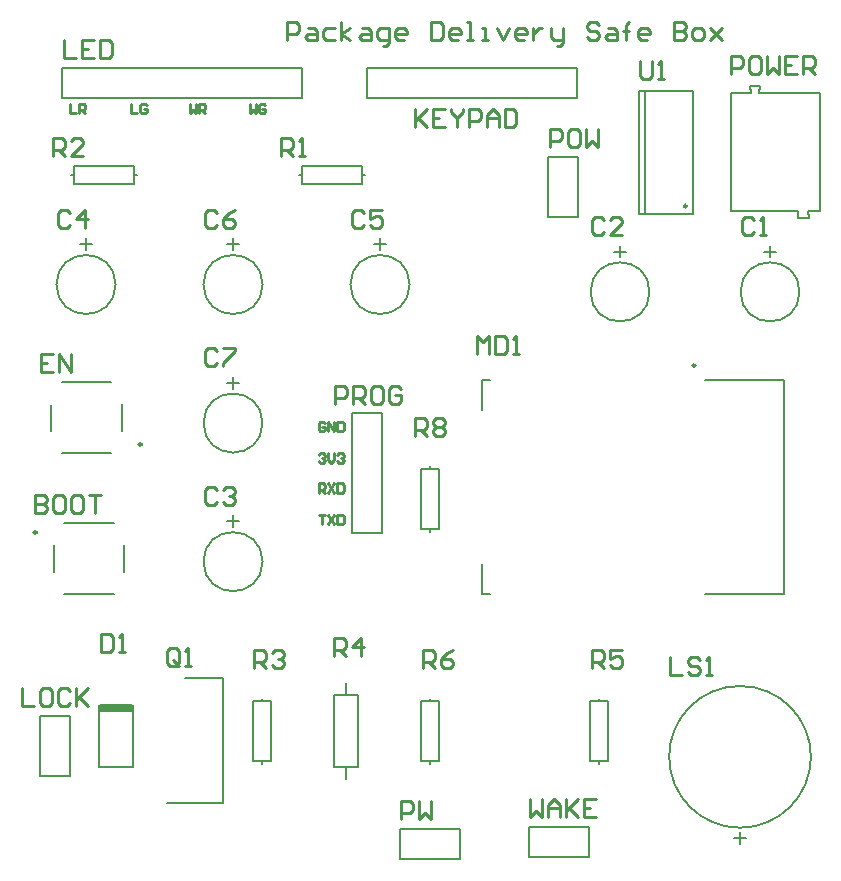
<source format=gto>
G04*
G04 #@! TF.GenerationSoftware,Altium Limited,Altium Designer,22.4.2 (48)*
G04*
G04 Layer_Color=65535*
%FSLAX25Y25*%
%MOIN*%
G70*
G04*
G04 #@! TF.SameCoordinates,09A78814-C825-4F20-898B-51866AA435C6*
G04*
G04*
G04 #@! TF.FilePolarity,Positive*
G04*
G01*
G75*
%ADD10C,0.00787*%
%ADD11C,0.00984*%
%ADD12C,0.00591*%
%ADD13C,0.01000*%
%ADD14R,0.11024X0.03150*%
D10*
X222843Y201500D02*
G03*
X222843Y201500I-9843J0D01*
G01*
X93843Y111563D02*
G03*
X93843Y111563I-9843J0D01*
G01*
Y203937D02*
G03*
X93843Y203937I-9843J0D01*
G01*
Y157750D02*
G03*
X93843Y157750I-9843J0D01*
G01*
X142842Y203937D02*
G03*
X142842Y203937I-9843J0D01*
G01*
X44842D02*
G03*
X44842Y203937I-9843J0D01*
G01*
X272843Y201500D02*
G03*
X272843Y201500I-9843J0D01*
G01*
X149500Y142500D02*
Y143400D01*
Y121600D02*
Y122500D01*
Y142500D02*
X152500D01*
Y122500D02*
Y142500D01*
X146500Y122500D02*
X152500D01*
X146500D02*
Y142500D01*
X149500D01*
X250008Y228472D02*
Y267842D01*
X256405Y270204D02*
X259752D01*
X259456Y267842D02*
X259752Y270204D01*
X256405D02*
X256701Y267842D01*
X250008D02*
X256701D01*
X279535Y228472D02*
Y267842D01*
X259456D02*
X279535D01*
X272252Y226110D02*
X275992D01*
X275795Y228472D02*
X275992Y226110D01*
X272252D02*
X272449Y228472D01*
X275795D02*
X279535D01*
X250008D02*
X272449D01*
X219280Y227528D02*
Y268472D01*
X237390D01*
Y227528D02*
Y268472D01*
X219280Y227528D02*
X237390D01*
X221248D02*
Y268472D01*
X189000Y246500D02*
X199000D01*
Y226500D02*
Y246500D01*
X189000Y226500D02*
X199000D01*
X189000D02*
Y246500D01*
X241185Y172130D02*
X267622D01*
X166835D02*
X169689D01*
X166835Y100870D02*
Y110752D01*
Y162248D02*
Y172130D01*
X241185Y100870D02*
X267622D01*
X166835D02*
X169689D01*
X267622D02*
Y172130D01*
X149750Y44100D02*
Y45000D01*
Y65000D02*
Y65900D01*
X146750Y45000D02*
X149750D01*
X146750D02*
Y65000D01*
X152750D01*
Y45000D02*
Y65000D01*
X149750Y45000D02*
X152750D01*
X29500Y40000D02*
Y60000D01*
X19500D02*
X29500D01*
X19500Y40000D02*
Y60000D01*
Y40000D02*
X29500D01*
X123500Y161000D02*
X133500D01*
Y121000D02*
Y161000D01*
X123500Y121000D02*
Y161000D01*
Y121000D02*
X133500D01*
X128500Y266000D02*
Y276000D01*
X198500D01*
Y266000D02*
Y276000D01*
X128500Y266000D02*
X198500D01*
X62114Y31252D02*
X80579D01*
Y72748D01*
X68000D02*
X80579D01*
X39488Y43067D02*
X50512D01*
X39488D02*
Y63933D01*
X50512Y43067D02*
Y63933D01*
X117625Y43000D02*
X125625D01*
X117625D02*
Y67000D01*
X125625D01*
Y43000D02*
Y67000D01*
X121625Y39000D02*
Y43000D01*
Y67000D02*
Y71000D01*
X206000Y45000D02*
X209000D01*
Y65000D01*
X203000D02*
X209000D01*
X203000Y45000D02*
Y65000D01*
Y45000D02*
X206000D01*
Y65000D02*
Y65900D01*
Y44100D02*
Y45000D01*
X202500Y13000D02*
Y23000D01*
X182500Y13000D02*
X202500D01*
X182500D02*
Y23000D01*
X202500D01*
X27000Y276000D02*
X107000D01*
X27000Y266000D02*
Y276000D01*
Y266000D02*
X107000D01*
Y276000D01*
X93500Y65000D02*
Y65900D01*
Y44100D02*
Y45000D01*
Y65000D02*
X96500D01*
Y45000D02*
Y65000D01*
X90500Y45000D02*
X96500D01*
X90500D02*
Y65000D01*
X93500D01*
X253000Y17563D02*
Y21500D01*
X251032Y19532D02*
X254969D01*
X139500Y22500D02*
X159500D01*
X139500Y12500D02*
Y22500D01*
Y12500D02*
X159500D01*
Y22500D01*
X26878Y171291D02*
X43429D01*
X26878Y147709D02*
X43429D01*
X23354Y155055D02*
Y163831D01*
X46937Y155055D02*
Y163945D01*
X31000Y237500D02*
Y240500D01*
Y237500D02*
X51000D01*
Y243500D01*
X31000D02*
X51000D01*
X31000Y240500D02*
Y243500D01*
X51000Y240500D02*
X51900D01*
X30100D02*
X31000D01*
X107000Y237500D02*
Y240500D01*
Y237500D02*
X127000D01*
Y243500D01*
X107000D02*
X127000D01*
X107000Y240500D02*
Y243500D01*
X127000Y240500D02*
X127900D01*
X106100D02*
X107000D01*
X27717Y100709D02*
X44268D01*
X27717Y124291D02*
X44268D01*
X47791Y108169D02*
Y116945D01*
X24209Y108055D02*
Y116945D01*
D11*
X235323Y230087D02*
G03*
X235323Y230087I-492J0D01*
G01*
X238134Y176953D02*
G03*
X238134Y176953I-492J0D01*
G01*
X53551Y150642D02*
G03*
X53551Y150642I-492J0D01*
G01*
X18579Y121358D02*
G03*
X18579Y121358I-492J0D01*
G01*
D12*
X276622Y46500D02*
G03*
X276622Y46500I-23622J0D01*
G01*
X213050Y216886D02*
Y212950D01*
X215018Y214918D02*
X211082D01*
X84050Y126949D02*
Y123013D01*
X86018Y124981D02*
X82082D01*
X84050Y219323D02*
Y215387D01*
X86018Y217355D02*
X82082D01*
X84050Y173136D02*
Y169200D01*
X86018Y171168D02*
X82082D01*
X133050Y219323D02*
Y215387D01*
X135018Y217355D02*
X131082D01*
X35050Y219323D02*
Y215387D01*
X37018Y217355D02*
X33082D01*
X263050Y216886D02*
Y212950D01*
X265018Y214918D02*
X261082D01*
D13*
X207699Y225498D02*
X206699Y226498D01*
X204700D01*
X203700Y225498D01*
Y221500D01*
X204700Y220500D01*
X206699D01*
X207699Y221500D01*
X213697Y220500D02*
X209698D01*
X213697Y224499D01*
Y225498D01*
X212697Y226498D01*
X210698D01*
X209698Y225498D01*
X144502Y153501D02*
Y159499D01*
X147501D01*
X148500Y158499D01*
Y156500D01*
X147501Y155500D01*
X144502D01*
X146501D02*
X148500Y153501D01*
X150500Y158499D02*
X151499Y159499D01*
X153499D01*
X154498Y158499D01*
Y157500D01*
X153499Y156500D01*
X154498Y155500D01*
Y154501D01*
X153499Y153501D01*
X151499D01*
X150500Y154501D01*
Y155500D01*
X151499Y156500D01*
X150500Y157500D01*
Y158499D01*
X151499Y156500D02*
X153499D01*
X250100Y274100D02*
Y280098D01*
X253099D01*
X254099Y279098D01*
Y277099D01*
X253099Y276099D01*
X250100D01*
X259097Y280098D02*
X257098D01*
X256098Y279098D01*
Y275100D01*
X257098Y274100D01*
X259097D01*
X260097Y275100D01*
Y279098D01*
X259097Y280098D01*
X262096D02*
Y274100D01*
X264095Y276099D01*
X266095Y274100D01*
Y280098D01*
X272093D02*
X268094D01*
Y274100D01*
X272093D01*
X268094Y277099D02*
X270093D01*
X274092Y274100D02*
Y280098D01*
X277091D01*
X278091Y279098D01*
Y277099D01*
X277091Y276099D01*
X274092D01*
X276092D02*
X278091Y274100D01*
X219800Y278598D02*
Y273600D01*
X220800Y272600D01*
X222799D01*
X223799Y273600D01*
Y278598D01*
X225798Y272600D02*
X227797D01*
X226798D01*
Y278598D01*
X225798Y277598D01*
X189600Y249900D02*
Y255898D01*
X192599D01*
X193599Y254898D01*
Y252899D01*
X192599Y251899D01*
X189600D01*
X198597Y255898D02*
X196598D01*
X195598Y254898D01*
Y250900D01*
X196598Y249900D01*
X198597D01*
X199597Y250900D01*
Y254898D01*
X198597Y255898D01*
X201596D02*
Y249900D01*
X203595Y251899D01*
X205595Y249900D01*
Y255898D01*
X78699Y135498D02*
X77699Y136498D01*
X75700D01*
X74700Y135498D01*
Y131500D01*
X75700Y130500D01*
X77699D01*
X78699Y131500D01*
X80698Y135498D02*
X81698Y136498D01*
X83697D01*
X84697Y135498D01*
Y134499D01*
X83697Y133499D01*
X82697D01*
X83697D01*
X84697Y132499D01*
Y131500D01*
X83697Y130500D01*
X81698D01*
X80698Y131500D01*
X29500Y264149D02*
Y261000D01*
X31599D01*
X32649D02*
Y264149D01*
X34223D01*
X34748Y263624D01*
Y262574D01*
X34223Y262050D01*
X32649D01*
X33698D02*
X34748Y261000D01*
X50000Y264149D02*
Y261000D01*
X52099D01*
X55248Y263624D02*
X54723Y264149D01*
X53673D01*
X53149Y263624D01*
Y261525D01*
X53673Y261000D01*
X54723D01*
X55248Y261525D01*
Y262574D01*
X54198D01*
X89500Y264149D02*
Y261000D01*
X90549Y262050D01*
X91599Y261000D01*
Y264149D01*
X94748Y263624D02*
X94223Y264149D01*
X93173D01*
X92649Y263624D01*
Y261525D01*
X93173Y261000D01*
X94223D01*
X94748Y261525D01*
Y262574D01*
X93698D01*
X69500Y264149D02*
Y261000D01*
X70549Y262050D01*
X71599Y261000D01*
Y264149D01*
X72649Y261000D02*
Y264149D01*
X74223D01*
X74748Y263624D01*
Y262574D01*
X74223Y262050D01*
X72649D01*
X73698D02*
X74748Y261000D01*
X112500Y127149D02*
X114599D01*
X113549D01*
Y124000D01*
X115649Y127149D02*
X117748Y124000D01*
Y127149D02*
X115649Y124000D01*
X118797Y127149D02*
Y124000D01*
X120371D01*
X120896Y124525D01*
Y126624D01*
X120371Y127149D01*
X118797D01*
X112500Y134500D02*
Y137649D01*
X114074D01*
X114599Y137124D01*
Y136074D01*
X114074Y135549D01*
X112500D01*
X113549D02*
X114599Y134500D01*
X115649Y137649D02*
X117748Y134500D01*
Y137649D02*
X115649Y134500D01*
X118797Y137649D02*
Y134500D01*
X120371D01*
X120896Y135025D01*
Y137124D01*
X120371Y137649D01*
X118797D01*
X112500Y147124D02*
X113025Y147649D01*
X114074D01*
X114599Y147124D01*
Y146599D01*
X114074Y146074D01*
X113549D01*
X114074D01*
X114599Y145549D01*
Y145025D01*
X114074Y144500D01*
X113025D01*
X112500Y145025D01*
X115649Y147649D02*
Y145549D01*
X116698Y144500D01*
X117748Y145549D01*
Y147649D01*
X118797Y147124D02*
X119322Y147649D01*
X120371D01*
X120896Y147124D01*
Y146599D01*
X120371Y146074D01*
X119847D01*
X120371D01*
X120896Y145549D01*
Y145025D01*
X120371Y144500D01*
X119322D01*
X118797Y145025D01*
X114599Y157624D02*
X114074Y158149D01*
X113025D01*
X112500Y157624D01*
Y155525D01*
X113025Y155000D01*
X114074D01*
X114599Y155525D01*
Y156574D01*
X113549D01*
X115649Y155000D02*
Y158149D01*
X117748Y155000D01*
Y158149D01*
X118797D02*
Y155000D01*
X120371D01*
X120896Y155525D01*
Y157624D01*
X120371Y158149D01*
X118797D01*
X102000Y285499D02*
Y291497D01*
X104999D01*
X105999Y290498D01*
Y288498D01*
X104999Y287499D01*
X102000D01*
X108998Y289498D02*
X110997D01*
X111997Y288498D01*
Y285499D01*
X108998D01*
X107998Y286499D01*
X108998Y287499D01*
X111997D01*
X117995Y289498D02*
X114996D01*
X113996Y288498D01*
Y286499D01*
X114996Y285499D01*
X117995D01*
X119994D02*
Y291497D01*
Y287499D02*
X122993Y289498D01*
X119994Y287499D02*
X122993Y285499D01*
X126992Y289498D02*
X128991D01*
X129991Y288498D01*
Y285499D01*
X126992D01*
X125992Y286499D01*
X126992Y287499D01*
X129991D01*
X133990Y283500D02*
X134989D01*
X135989Y284500D01*
Y289498D01*
X132990D01*
X131990Y288498D01*
Y286499D01*
X132990Y285499D01*
X135989D01*
X140987D02*
X138988D01*
X137988Y286499D01*
Y288498D01*
X138988Y289498D01*
X140987D01*
X141987Y288498D01*
Y287499D01*
X137988D01*
X149985Y291497D02*
Y285499D01*
X152983D01*
X153983Y286499D01*
Y290498D01*
X152983Y291497D01*
X149985D01*
X158982Y285499D02*
X156982D01*
X155982Y286499D01*
Y288498D01*
X156982Y289498D01*
X158982D01*
X159981Y288498D01*
Y287499D01*
X155982D01*
X161981Y285499D02*
X163980D01*
X162980D01*
Y291497D01*
X161981D01*
X166979Y285499D02*
X168978D01*
X167979D01*
Y289498D01*
X166979D01*
X171977D02*
X173977Y285499D01*
X175976Y289498D01*
X180974Y285499D02*
X178975D01*
X177975Y286499D01*
Y288498D01*
X178975Y289498D01*
X180974D01*
X181974Y288498D01*
Y287499D01*
X177975D01*
X183974Y289498D02*
Y285499D01*
Y287499D01*
X184973Y288498D01*
X185973Y289498D01*
X186972D01*
X189971D02*
Y286499D01*
X190971Y285499D01*
X193970D01*
Y284500D01*
X192971Y283500D01*
X191971D01*
X193970Y285499D02*
Y289498D01*
X205966Y290498D02*
X204967Y291497D01*
X202967D01*
X201968Y290498D01*
Y289498D01*
X202967Y288498D01*
X204967D01*
X205966Y287499D01*
Y286499D01*
X204967Y285499D01*
X202967D01*
X201968Y286499D01*
X208965Y289498D02*
X210965D01*
X211964Y288498D01*
Y285499D01*
X208965D01*
X207966Y286499D01*
X208965Y287499D01*
X211964D01*
X214964Y285499D02*
Y290498D01*
Y288498D01*
X213964D01*
X215963D01*
X214964D01*
Y290498D01*
X215963Y291497D01*
X221961Y285499D02*
X219962D01*
X218962Y286499D01*
Y288498D01*
X219962Y289498D01*
X221961D01*
X222961Y288498D01*
Y287499D01*
X218962D01*
X230958Y291497D02*
Y285499D01*
X233957D01*
X234957Y286499D01*
Y287499D01*
X233957Y288498D01*
X230958D01*
X233957D01*
X234957Y289498D01*
Y290498D01*
X233957Y291497D01*
X230958D01*
X237956Y285499D02*
X239955D01*
X240955Y286499D01*
Y288498D01*
X239955Y289498D01*
X237956D01*
X236956Y288498D01*
Y286499D01*
X237956Y285499D01*
X242954Y289498D02*
X246953Y285499D01*
X244954Y287499D01*
X246953Y289498D01*
X242954Y285499D01*
X40100Y87298D02*
Y81300D01*
X43099D01*
X44099Y82300D01*
Y86298D01*
X43099Y87298D01*
X40100D01*
X46098Y81300D02*
X48097D01*
X47098D01*
Y87298D01*
X46098Y86298D01*
X183100Y32398D02*
Y26400D01*
X185099Y28399D01*
X187099Y26400D01*
Y32398D01*
X189098Y26400D02*
Y30399D01*
X191097Y32398D01*
X193097Y30399D01*
Y26400D01*
Y29399D01*
X189098D01*
X195096Y32398D02*
Y26400D01*
Y28399D01*
X199095Y32398D01*
X196096Y29399D01*
X199095Y26400D01*
X205093Y32398D02*
X201094D01*
Y26400D01*
X205093D01*
X201094Y29399D02*
X203094D01*
X144506Y262499D02*
Y256501D01*
Y258500D01*
X148504Y262499D01*
X145505Y259500D01*
X148504Y256501D01*
X154502Y262499D02*
X150504D01*
Y256501D01*
X154502D01*
X150504Y259500D02*
X152503D01*
X156502Y262499D02*
Y261499D01*
X158501Y259500D01*
X160500Y261499D01*
Y262499D01*
X158501Y259500D02*
Y256501D01*
X162500D02*
Y262499D01*
X165499D01*
X166498Y261499D01*
Y259500D01*
X165499Y258500D01*
X162500D01*
X168498Y256501D02*
Y260500D01*
X170497Y262499D01*
X172496Y260500D01*
Y256501D01*
Y259500D01*
X168498D01*
X174496Y262499D02*
Y256501D01*
X177495D01*
X178495Y257501D01*
Y261499D01*
X177495Y262499D01*
X174496D01*
X140100Y25900D02*
Y31898D01*
X143099D01*
X144099Y30898D01*
Y28899D01*
X143099Y27899D01*
X140100D01*
X146098Y31898D02*
Y25900D01*
X148097Y27899D01*
X150097Y25900D01*
Y31898D01*
X23944Y180798D02*
X19946D01*
Y174800D01*
X23944D01*
X19946Y177799D02*
X21945D01*
X25944Y174800D02*
Y180798D01*
X29942Y174800D01*
Y180798D01*
X18100Y133798D02*
Y127800D01*
X21099D01*
X22099Y128800D01*
Y129799D01*
X21099Y130799D01*
X18100D01*
X21099D01*
X22099Y131799D01*
Y132798D01*
X21099Y133798D01*
X18100D01*
X27097D02*
X25098D01*
X24098Y132798D01*
Y128800D01*
X25098Y127800D01*
X27097D01*
X28097Y128800D01*
Y132798D01*
X27097Y133798D01*
X33095D02*
X31096D01*
X30096Y132798D01*
Y128800D01*
X31096Y127800D01*
X33095D01*
X34095Y128800D01*
Y132798D01*
X33095Y133798D01*
X36094D02*
X40093D01*
X38094D01*
Y127800D01*
X147400Y76100D02*
Y82098D01*
X150399D01*
X151399Y81098D01*
Y79099D01*
X150399Y78099D01*
X147400D01*
X149399D02*
X151399Y76100D01*
X157397Y82098D02*
X155397Y81098D01*
X153398Y79099D01*
Y77100D01*
X154398Y76100D01*
X156397D01*
X157397Y77100D01*
Y78099D01*
X156397Y79099D01*
X153398D01*
X203600Y76100D02*
Y82098D01*
X206599D01*
X207599Y81098D01*
Y79099D01*
X206599Y78099D01*
X203600D01*
X205599D02*
X207599Y76100D01*
X213597Y82098D02*
X209598D01*
Y79099D01*
X211597Y80099D01*
X212597D01*
X213597Y79099D01*
Y77100D01*
X212597Y76100D01*
X210598D01*
X209598Y77100D01*
X117502Y80001D02*
Y85999D01*
X120501D01*
X121500Y84999D01*
Y83000D01*
X120501Y82000D01*
X117502D01*
X119501D02*
X121500Y80001D01*
X126499D02*
Y85999D01*
X123500Y83000D01*
X127498D01*
X91100Y76100D02*
Y82098D01*
X94099D01*
X95099Y81098D01*
Y79099D01*
X94099Y78099D01*
X91100D01*
X93099D02*
X95099Y76100D01*
X97098Y81098D02*
X98098Y82098D01*
X100097D01*
X101097Y81098D01*
Y80099D01*
X100097Y79099D01*
X99097D01*
X100097D01*
X101097Y78099D01*
Y77100D01*
X100097Y76100D01*
X98098D01*
X97098Y77100D01*
X23900Y246900D02*
Y252898D01*
X26899D01*
X27899Y251898D01*
Y249899D01*
X26899Y248899D01*
X23900D01*
X25899D02*
X27899Y246900D01*
X33897D02*
X29898D01*
X33897Y250899D01*
Y251898D01*
X32897Y252898D01*
X30898D01*
X29898Y251898D01*
X99900Y246900D02*
Y252898D01*
X102899D01*
X103899Y251898D01*
Y249899D01*
X102899Y248899D01*
X99900D01*
X101899D02*
X103899Y246900D01*
X105898D02*
X107897D01*
X106898D01*
Y252898D01*
X105898Y251898D01*
X65999Y77800D02*
Y81798D01*
X64999Y82798D01*
X63000D01*
X62000Y81798D01*
Y77800D01*
X63000Y76800D01*
X64999D01*
X63999Y78799D02*
X65999Y76800D01*
X64999D02*
X65999Y77800D01*
X67998Y76800D02*
X69997D01*
X68998D01*
Y82798D01*
X67998Y81798D01*
X13504Y69499D02*
Y63501D01*
X17502D01*
X22501Y69499D02*
X20501D01*
X19502Y68499D01*
Y64501D01*
X20501Y63501D01*
X22501D01*
X23500Y64501D01*
Y68499D01*
X22501Y69499D01*
X29498Y68499D02*
X28499Y69499D01*
X26499D01*
X25500Y68499D01*
Y64501D01*
X26499Y63501D01*
X28499D01*
X29498Y64501D01*
X31498Y69499D02*
Y63501D01*
Y65500D01*
X35496Y69499D01*
X32497Y66500D01*
X35496Y63501D01*
X27600Y285398D02*
Y279400D01*
X31599D01*
X37597Y285398D02*
X33598D01*
Y279400D01*
X37597D01*
X33598Y282399D02*
X35597D01*
X39596Y285398D02*
Y279400D01*
X42595D01*
X43595Y280400D01*
Y284398D01*
X42595Y285398D01*
X39596D01*
X118004Y164001D02*
Y169999D01*
X121003D01*
X122002Y168999D01*
Y167000D01*
X121003Y166000D01*
X118004D01*
X124002Y164001D02*
Y169999D01*
X127001D01*
X128000Y168999D01*
Y167000D01*
X127001Y166000D01*
X124002D01*
X126001D02*
X128000Y164001D01*
X132999Y169999D02*
X130999D01*
X130000Y168999D01*
Y165001D01*
X130999Y164001D01*
X132999D01*
X133998Y165001D01*
Y168999D01*
X132999Y169999D01*
X139997Y168999D02*
X138997Y169999D01*
X136997D01*
X135998Y168999D01*
Y165001D01*
X136997Y164001D01*
X138997D01*
X139997Y165001D01*
Y167000D01*
X137997D01*
X165300Y180900D02*
Y186898D01*
X167299Y184899D01*
X169299Y186898D01*
Y180900D01*
X171298Y186898D02*
Y180900D01*
X174297D01*
X175297Y181900D01*
Y185898D01*
X174297Y186898D01*
X171298D01*
X177296Y180900D02*
X179296D01*
X178296D01*
Y186898D01*
X177296Y185898D01*
X229600Y79898D02*
Y73900D01*
X233599D01*
X239597Y78898D02*
X238597Y79898D01*
X236598D01*
X235598Y78898D01*
Y77899D01*
X236598Y76899D01*
X238597D01*
X239597Y75899D01*
Y74900D01*
X238597Y73900D01*
X236598D01*
X235598Y74900D01*
X241596Y73900D02*
X243596D01*
X242596D01*
Y79898D01*
X241596Y78898D01*
X78699Y181748D02*
X77699Y182748D01*
X75700D01*
X74700Y181748D01*
Y177750D01*
X75700Y176750D01*
X77699D01*
X78699Y177750D01*
X80698Y182748D02*
X84697D01*
Y181748D01*
X80698Y177750D01*
Y176750D01*
X78699Y227898D02*
X77699Y228898D01*
X75700D01*
X74700Y227898D01*
Y223900D01*
X75700Y222900D01*
X77699D01*
X78699Y223900D01*
X84697Y228898D02*
X82697Y227898D01*
X80698Y225899D01*
Y223900D01*
X81698Y222900D01*
X83697D01*
X84697Y223900D01*
Y224899D01*
X83697Y225899D01*
X80698D01*
X127699Y227898D02*
X126699Y228898D01*
X124700D01*
X123700Y227898D01*
Y223900D01*
X124700Y222900D01*
X126699D01*
X127699Y223900D01*
X133697Y228898D02*
X129698D01*
Y225899D01*
X131697Y226899D01*
X132697D01*
X133697Y225899D01*
Y223900D01*
X132697Y222900D01*
X130698D01*
X129698Y223900D01*
X29699Y227935D02*
X28699Y228935D01*
X26700D01*
X25700Y227935D01*
Y223937D01*
X26700Y222937D01*
X28699D01*
X29699Y223937D01*
X34697Y222937D02*
Y228935D01*
X31698Y225936D01*
X35697D01*
X257699Y225498D02*
X256699Y226498D01*
X254700D01*
X253700Y225498D01*
Y221500D01*
X254700Y220500D01*
X256699D01*
X257699Y221500D01*
X259698Y220500D02*
X261697D01*
X260698D01*
Y226498D01*
X259698Y225498D01*
D14*
X44982Y62753D02*
D03*
M02*

</source>
